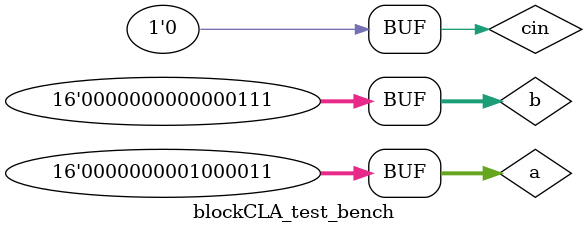
<source format=v>
`timescale 1ns / 1ps

module blockCLA(a,b,cout,cin,PG,GG,sum);
input [15:0] a,b;
input cin;
output cout,PG,GG;
output [15:0] sum;
wire [3:0] p,g,c;
wire c1,c2,c3,c4;
fourbitCLA f1(a[3:0],b[3:0],1'b0,c1,p[0],g[0],sum[3:0]);
fourbitCLA f2(a[7:4],b[7:4],c[0],c2,p[1],g[1],sum[7:4]);
fourbitCLA f3(a[11:8],b[11:8],c[1],c3,p[2],g[2],sum[11:8]);
fourbitCLA f4(a[15:12],b[15:12],c[2],c4,p[3],g[3],sum[15:12]);  //calculating sum bitss 4 bit at a time
assign PG = (p[0]&p[1]&p[2]&p[3]);
assign GG = (g[3]|(p[3]&g[2])|(p[3]&p[2]&g[1])|(p[3]&p[2]&p[1]&g[0])|(p[3]&p[2]&p[1]&p[0]&cin)); //caluclating PG and GG of the final block
assign cout = c[3];
CLUunit cp(p,g,cin,c); //calculating carry
endmodule
//testbench for 16bit cla
module blockCLA_test_bench;

	// Inputs
	reg [15:0] a;
	reg [15:0] b;
	reg cin;

	// Outputs
	wire cout;
	wire PG;
	wire GG;
	wire [15:0] sum;

	// Instantiate the Unit Under Test (UUT)
	blockCLA uut (
		.a(a), 
		.b(b), 
		.cin(cin), 
		.cout(cout), 
		.PG(PG), 
		.GG(GG), 
		.sum(sum)
	);

	initial begin
		// Initialize Inputs
		a=16'b0111010111001000;
		b=16'b0001001111110011;
		cin = 0;

		// Wait 100 ns for global reset to finish
		#100;
        
		// Add stimulus here

	end
   blockCLA f1(a,b,cin,cout,PG,GG,sum);
	initial begin
	$monitor("\ta=%d\tb=%d\tcin=%b\tsum=%d\tPG=%b\tGG=%b\tcout=%b",a,b,cin,sum,PG,GG,cout);
		#20 a=16'b0001000100010001;b=16'b1111000011111111;
		#20 a=16'b1111111111111111;b=16'b0000000000000001;
		#20 a=16'b1010101001010101;b=16'b1100101010111101;
		#20 a=16'b0000000000011111;b=16'b0000000000100010;
		#20 a=16'b0000000001000011;b=16'b0000000000000111;
	end
endmodule

</source>
